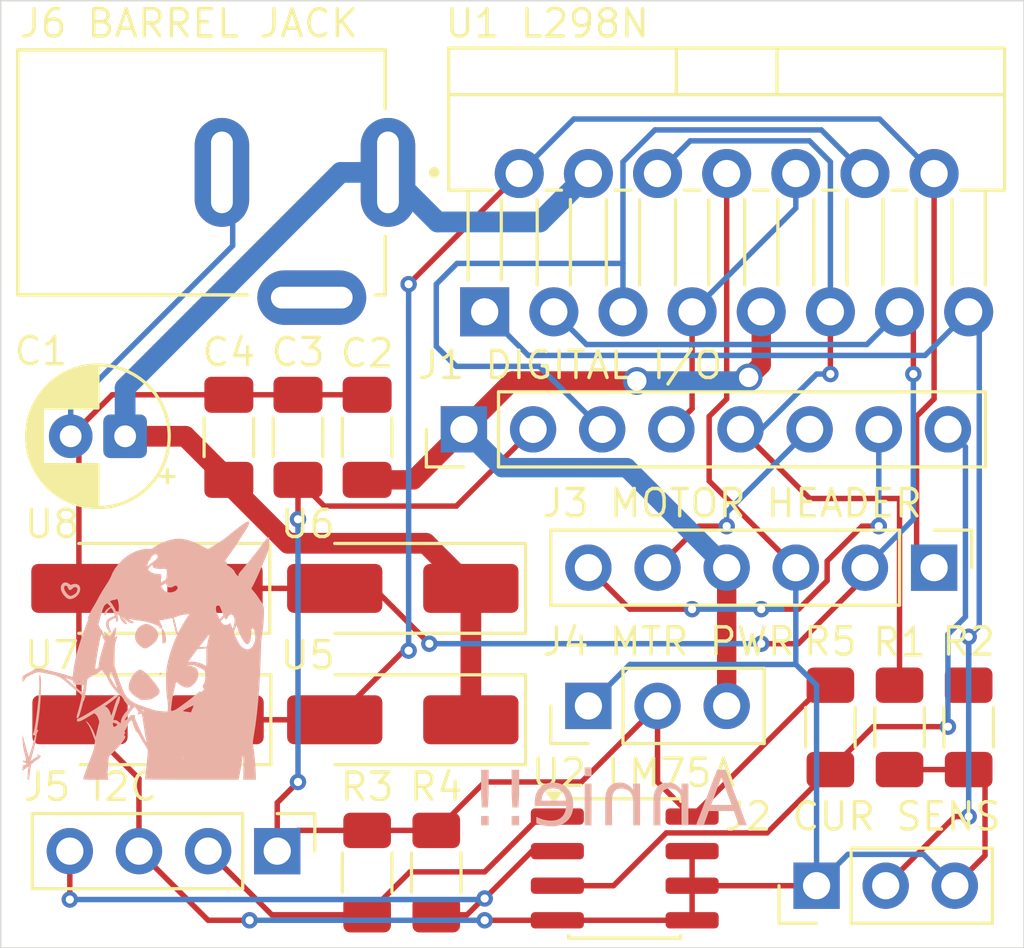
<source format=kicad_pcb>
(kicad_pcb
	(version 20241229)
	(generator "pcbnew")
	(generator_version "9.0")
	(general
		(thickness 1.6)
		(legacy_teardrops no)
	)
	(paper "A4")
	(layers
		(0 "F.Cu" signal)
		(2 "B.Cu" signal)
		(9 "F.Adhes" user "F.Adhesive")
		(11 "B.Adhes" user "B.Adhesive")
		(13 "F.Paste" user)
		(15 "B.Paste" user)
		(5 "F.SilkS" user "F.Silkscreen")
		(7 "B.SilkS" user "B.Silkscreen")
		(1 "F.Mask" user)
		(3 "B.Mask" user)
		(17 "Dwgs.User" user "User.Drawings")
		(19 "Cmts.User" user "User.Comments")
		(21 "Eco1.User" user "User.Eco1")
		(23 "Eco2.User" user "User.Eco2")
		(25 "Edge.Cuts" user)
		(27 "Margin" user)
		(31 "F.CrtYd" user "F.Courtyard")
		(29 "B.CrtYd" user "B.Courtyard")
		(35 "F.Fab" user)
		(33 "B.Fab" user)
		(39 "User.1" user)
		(41 "User.2" user)
		(43 "User.3" user)
		(45 "User.4" user)
	)
	(setup
		(stackup
			(layer "F.SilkS"
				(type "Top Silk Screen")
			)
			(layer "F.Paste"
				(type "Top Solder Paste")
			)
			(layer "F.Mask"
				(type "Top Solder Mask")
				(thickness 0.01)
			)
			(layer "F.Cu"
				(type "copper")
				(thickness 0.035)
			)
			(layer "dielectric 1"
				(type "core")
				(thickness 1.51)
				(material "FR4")
				(epsilon_r 4.5)
				(loss_tangent 0.02)
			)
			(layer "B.Cu"
				(type "copper")
				(thickness 0.035)
			)
			(layer "B.Mask"
				(type "Bottom Solder Mask")
				(thickness 0.01)
			)
			(layer "B.Paste"
				(type "Bottom Solder Paste")
			)
			(layer "B.SilkS"
				(type "Bottom Silk Screen")
			)
			(copper_finish "None")
			(dielectric_constraints no)
		)
		(pad_to_mask_clearance 0.0508)
		(allow_soldermask_bridges_in_footprints no)
		(tenting front back)
		(pcbplotparams
			(layerselection 0x00000000_00000000_55555555_5755f5ff)
			(plot_on_all_layers_selection 0x00000000_00000000_00000000_00000000)
			(disableapertmacros no)
			(usegerberextensions no)
			(usegerberattributes yes)
			(usegerberadvancedattributes yes)
			(creategerberjobfile yes)
			(dashed_line_dash_ratio 12.000000)
			(dashed_line_gap_ratio 3.000000)
			(svgprecision 4)
			(plotframeref no)
			(mode 1)
			(useauxorigin no)
			(hpglpennumber 1)
			(hpglpenspeed 20)
			(hpglpendiameter 15.000000)
			(pdf_front_fp_property_popups yes)
			(pdf_back_fp_property_popups yes)
			(pdf_metadata yes)
			(pdf_single_document no)
			(dxfpolygonmode yes)
			(dxfimperialunits yes)
			(dxfusepcbnewfont yes)
			(psnegative no)
			(psa4output no)
			(plot_black_and_white yes)
			(sketchpadsonfab no)
			(plotpadnumbers no)
			(hidednponfab no)
			(sketchdnponfab yes)
			(crossoutdnponfab yes)
			(subtractmaskfromsilk no)
			(outputformat 1)
			(mirror no)
			(drillshape 1)
			(scaleselection 1)
			(outputdirectory "")
		)
	)
	(net 0 "")
	(net 1 "+6V")
	(net 2 "GNDREF")
	(net 3 "+5V")
	(net 4 "+3.3V")
	(net 5 "/ENABLE")
	(net 6 "/ENC_B")
	(net 7 "/INPUT1")
	(net 8 "/INPUT2")
	(net 9 "/OS")
	(net 10 "/ENC_A")
	(net 11 "/ I_SENSE")
	(net 12 "/MTR_RED")
	(net 13 "/MTR_BLK")
	(net 14 "Net-(J5-Pin_4)")
	(net 15 "Net-(J5-Pin_2)")
	(net 16 "unconnected-(J6-Pad2)")
	(footprint "DC Power Jack:GRAVITECH_CON-SOCJ-2155" (layer "F.Cu") (at 119.634 58.886))
	(footprint "Connector_PinHeader_2.54mm:PinHeader_1x08_P2.54mm_Vertical" (layer "F.Cu") (at 128.524 68.326 90))
	(footprint "Diode_SMD:D_SMA_Handsoldering" (layer "F.Cu") (at 126.278 78.994 180))
	(footprint "Package_TO_SOT_THT:TO-220-15_P2.54x5.08mm_StaggerOdd_Lead4.58mm_Vertical" (layer "F.Cu") (at 129.286 64.008))
	(footprint "Resistor_SMD:R_1206_3216Metric_Pad1.30x1.75mm_HandSolder" (layer "F.Cu") (at 147.066 79.274 -90))
	(footprint "Diode_SMD:D_SMA_Handsoldering" (layer "F.Cu") (at 116.88 74.168 180))
	(footprint "Connector_PinHeader_2.54mm:PinHeader_1x03_P2.54mm_Vertical" (layer "F.Cu") (at 141.478 85.09 90))
	(footprint "Resistor_SMD:R_1206_3216Metric_Pad1.30x1.75mm_HandSolder" (layer "F.Cu") (at 141.986 79.274 90))
	(footprint "Capacitor_SMD:C_1206_3216Metric_Pad1.33x1.80mm_HandSolder" (layer "F.Cu") (at 124.968 68.6185 90))
	(footprint "Resistor_SMD:R_1206_3216Metric_Pad1.30x1.75mm_HandSolder" (layer "F.Cu") (at 124.968 84.608 -90))
	(footprint "Capacitor_SMD:C_1206_3216Metric_Pad1.33x1.80mm_HandSolder" (layer "F.Cu") (at 119.888 68.6185 90))
	(footprint "Connector_PinHeader_2.54mm:PinHeader_1x04_P2.54mm_Vertical" (layer "F.Cu") (at 121.666 83.82 -90))
	(footprint "Connector_PinHeader_2.54mm:PinHeader_1x06_P2.54mm_Vertical" (layer "F.Cu") (at 145.796 73.406 -90))
	(footprint "Diode_SMD:D_SMA_Handsoldering" (layer "F.Cu") (at 126.278 74.168 180))
	(footprint "Connector_PinHeader_2.54mm:PinHeader_1x03_P2.54mm_Vertical"
		(layer "F.Cu")
		(uuid "ab4835ed-932b-4507-af55-7ab8ce65f917")
		(at 133.096 78.486 90)
		(descr "Through hole straight pin header, 1x03, 2.54mm pitch, single row")
		(tags "Through hole pin header THT 1x03 2.54mm single row")
		(property "Reference" "J4 MTR PWR"
			(at 1.778 -1.778 180)
			(layer "F.SilkS")
			(uuid "1e537431-5445-4bfd-b20b-e011888944b4")
			(effects
				(font
					(size 1 1)
					(thickness 0.127)
				)
				(justify left bottom)
			)
		)
		(property "Value" "Motor Control Power"
			(at -2.032 -1.27 180)
			(layer "F.Fab")
			(hide yes)
			(uuid "0e1ea40d-bbd5-4b32-b846-bef3320cf29d")
			(effects
				(font
					(face "Agency FB")
					(size 1 1)
					(thickness 0.127)
				)
				(justify left top)
			)
			(render_cache "Motor Control Power" 0
				(polygon
					(pts
						(xy 132.440148 81.518) (xy 132.350633 81.518) (xy 132.350633 80.839676) (xy 132.36022 80.755473)
						(xy 132.185342 81.416394) (xy 132.166169 81.416394) (xy 131.991291 80.755473) (xy 132.000877 80.839676)
						(xy 132.000877 81.518) (xy 131.911362 81.518) (xy 131.911362 80.447239) (xy 131.999534 80.447239)
						(xy 132.173008 81.142965) (xy 132.175755 81.173739) (xy 132.178503 81.142965) (xy 132.351976 80.447239)
						(xy 132.440148 80.447239)
					)
				)
				(polygon
					(pts
						(xy 132.939541 80.859012) (xy 132.962354 80.873301) (xy 132.976477 80.896702) (xy 132.981818 80.932916)
						(xy 132.981818 81.438743) (xy 132.976477 81.474956) (xy 132.962354 81.498358) (xy 132.939541 81.512646)
						(xy 132.904637 81.518) (xy 132.676453 81.518) (xy 132.641911 81.512668) (xy 132.619293 81.498414)
						(xy 132.605259 81.475017) (xy 132.600105 81.439842) (xy 132.690802 81.439842) (xy 132.890959 81.439842)
						(xy 132.890959 80.931817) (xy 132.690802 80.931817) (xy 132.690802 81.439842) (xy 132.600105 81.439842)
						(xy 132.599944 81.438743) (xy 132.599944 80.932916) (xy 132.605259 80.896642) (xy 132.619293 80.873244)
						(xy 132.641911 80.858991) (xy 132.676453 80.853659) (xy 132.904637 80.853659)
					)
				)
				(polygon
					(pts
						(xy 133.369553 81.518) (xy 133.240471 81.518) (xy 133.205929 81.512668) (xy 133.183311 81.498414)
						(xy 133.169277 81.475017) (xy 133.163962 81.438743) (xy 133.163962 80.931817) (xy 133.084033 80.931817)
						(xy 133.084033 80.853659) (xy 133.163962 80.853659) (xy 133.163962 80.646541) (xy 133.253416 80.646541)
						(xy 133.253416 80.853659) (xy 133.369553 80.853659) (xy 133.369553 80.931817) (xy 133.253416 80.931817)
						(xy 133.253416 81.439842) (xy 133.369553 81.439842)
					)
				)
				(polygon
					(pts
						(xy 133.824678 80.859012) (xy 133.84749 80.873301) (xy 133.861613 80.896702) (xy 133.866954 80.932916)
						(xy 133.866954 81.438743) (xy 133.861613 81.474956) (xy 133.84749 81.498358) (xy 133.824678 81.512646)
						(xy 133.789773 81.518) (xy 133.561589 81.518) (xy 133.527047 81.512668) (xy 133.50443 81.498414)
						(xy 133.490395 81.475017) (xy 133.485241 81.439842) (xy 133.575938 81.439842) (xy 133.776095 81.439842)
						(xy 133.776095 80.931817) (xy 133.575938 80.931817) (xy 133.575938 81.439842) (xy 133.485241 81.439842)
						(xy 133.48508 81.438743) (xy 133.48508 80.932916) (xy 133.490395 80.896642) (xy 133.50443 80.873244)
						(xy 133.527047 80.858991) (xy 133.561589 80.853659) (xy 133.789773 80.853659)
					)
				)
				(polygon
					(pts
						(xy 134.363316 81.072501) (xy 134.273801 81.072501) (xy 134.273801 80.935725) (xy 134.106434 80.941098)
						(xy 134.106434 81.518) (xy 134.015576 81.518) (xy 134.015576 80.853659) (xy 134.106434 80.853659)
						(xy 134.106434 80.874664) (xy 134.197292 80.858788) (xy 134.288151 80.849751) (xy 134.321968 80.85504)
						(xy 134.344197 80.869222) (xy 134.358053 80.892611) (xy 134.363316 80.929008)
					)
				)
				(polygon
					(pts
						(xy 135.191483 81.438743) (xy 135.185852 81.470956) (xy 135.169623 81.495896) (xy 135.145126 81.512368)
						(xy 135.114302 81.518) (xy 134.838979 81.518) (xy 134.808272 81.512345) (xy 134.78433 81.495896)
						(xy 134.768621 81.47101) (xy 134.763142 81.438743) (xy 134.763142 80.526496) (xy 134.768623 80.494238)
						(xy 134.78433 80.469404) (xy 134.808277 80.452907) (xy 134.838979 80.447239) (xy 135.114302 80.447239)
						(xy 135.145121 80.452884) (xy 135.169623 80.469404) (xy 135.185849 80.494293) (xy 135.191483 80.526496)
						(xy 135.191483 80.771593) (xy 135.095862 80.771593) (xy 135.095862 80.533212) (xy 134.858152 80.533212)
						(xy 134.858152 81.432026) (xy 135.095862 81.432026) (xy 135.095862 81.174106) (xy 135.191483 81.174106)
					)
				)
				(polygon
					(pts
						(xy 135.685808 80.859012) (xy 135.708621 80.873301) (xy 135.722744 80.896702) (xy 135.728084 80.932916)
						(xy 135.728084 81.438743) (xy 135.722744 81.474956) (xy 135.708621 81.498358) (xy 135.685808 81.512646)
						(xy 135.650904 81.518) (xy 135.42272 81.518) (xy 135.388178 81.512668) (xy 135.36556 81.498414)
						(xy 135.351526 81.475017) (xy 135.346372 81.439842) (xy 135.437069 81.439842) (xy 135.637226 81.439842)
						(xy 135.637226 80.931817) (xy 135.437069 80.931817) (xy 135.437069 81.439842) (xy 135.346372 81.439842)
						(xy 135.346211 81.438743) (xy 135.346211 80.932916) (xy 135.351526 80.896642) (xy 135.36556 80.873244)
						(xy 135.388178 80.858991) (xy 135.42272 80.853659) (xy 135.650904 80.853659)
					)
				)
				(polygon
					(pts
						(xy 136.25858 81.518) (xy 136.167721 81.518) (xy 136.167721 80.935725) (xy 135.967564 80.941098)
						(xy 135.967564 81.518) (xy 135.876706 81.518) (xy 135.876706 80.853659) (xy 135.967564 80.853659)
						(xy 135.967564 80.874664) (xy 136.074787 80.858788) (xy 136.182742 80.849751) (xy 136.216922 80.855061)
						(xy 136.239345 80.869279) (xy 136.25329 80.892673) (xy 136.25858 80.929008)
					)
				)
				(polygon
					(pts
						(xy 136.644361 81.518) (xy 136.515279 81.518) (xy 136.480737 81.512668) (xy 136.458119 81.498414)
						(xy 136.444085 81.475017) (xy 136.43877 81.438743) (xy 136.43877 80.931817) (xy 136.358841 80.931817)
						(xy 136.358841 80.853659) (xy 136.43877 80.853659) (xy 136.43877 80.646541) (xy 136.528224 80.646541)
						(xy 136.528224 80.853659) (xy 136.644361 80.853659) (xy 136.644361 80.931817) (xy 136.528224 80.931817)
						(xy 136.528224 81.439842) (xy 136.644361 81.439842)
					)
				)
				(polygon
					(pts
						(xy 137.107629 81.072501) (xy 137.018114 81.072501) (xy 137.018114 80.935725) (xy 136.850747 80.941098)
						(xy 136.850747 81.518) (xy 136.759888 81.518) (xy 136.759888 80.853659) (xy 136.850747 80.853659)
						(xy 136.850747 80.874664) (xy 136.941605 80.858788) (xy 137.032463 80.849751) (xy 137.066281 80.85504)
						(xy 137.088509 80.869222) (xy 137.102365 80.892611) (xy 137.107629 80.929008)
					)
				)
				(polygon
					(pts
						(xy 137.56257 80.859012) (xy 137.585383 80.873301) (xy 137.599506 80.896702) (xy 137.604846 80.932916)
						(xy 137.604846 81.438743) (xy 137.599506 81.474956) (xy 137.585383 81.498358) (xy 137.56257 81.512646)
						(xy 137.527666 81.518) (xy 137.299482 81.518) (xy 137.26494 81.512668) (xy 137.242322 81.498414)
						(xy 137.228288 81.475017) (xy 137.223134 81.439842) (xy 137.313831 81.439842) (xy 137.513988 81.439842)
						(xy 137.513988 80.931817) (xy 137.313831 80.931817) (xy 137.313831 81.439842) (xy 137.223134 81.439842)
						(xy 137.222973 81.438743) (xy 137.222973 80.932916) (xy 137.228288 80.896642) (xy 137.242322 80.873244)
						(xy 137.26494 80.858991) (xy 137.299482 80.853659) (xy 137.527666 80.853659)
					)
				)
				(polygon
					(pts
						(xy 137.848479 81.518) (xy 137.758964 81.518) (xy 137.758964 80.447239) (xy 137.848479 80.447239)
					)
				)
				(polygon
					(pts
						(xy 138.664902 80.452896) (xy 138.689101 80.469404) (xy 138.705092 80.494268) (xy 138.710656 80.526496)
						(xy 138.710656 81.012783) (xy 138.70511 81.044778) (xy 138.689101 81.069753) (xy 138.664892 81.086355)
						(xy 138.634147 81.09204) (xy 138.382088 81.09204) (xy 138.382088 81.518) (xy 138.287078 81.518)
						(xy 138.287078 81.006066) (xy 138.382088 81.006066) (xy 138.615706 81.006066) (xy 138.615706 80.533212)
						(xy 138.382088 80.533212) (xy 138.382088 81.006066) (xy 138.287078 81.006066) (xy 138.287078 80.447239)
						(xy 138.634147 80.447239)
					)
				)
				(polygon
					(pts
						(xy 139.189227 80.859012) (xy 139.21204 80.873301) (xy 139.226163 80.896702) (xy 139.231504 80.932916)
						(xy 139.231504 81.438743) (xy 139.226163 81.474956) (xy 139.21204 81.498358) (xy 139.189227 81.512646)
						(xy 139.154323 81.518) (xy 138.926139 81.518) (xy 138.891597 81.512668) (xy 138.868979 81.498414)
						(xy 138.854945 81.475017) (xy 138.849791 81.439842) (xy 138.940488 81.439842) (xy 139.140645 81.439842)
						(xy 139.140645 80.931817) (xy 138.940488 80.931817) (xy 138.940488 81.439842) (xy 138.849791 81.439842)
						(xy 138.84963 81.438743) (xy 138.84963 80.932916) (xy 138.854945 80.896642) (xy 138.868979 80.873244)
						(xy 138.891597 80.858991) (xy 138.926139 80.853659) (xy 139.154323 80.853659)
					)
				)
				(polygon
					(pts
						(xy 139.97449 80.853659) (xy 139.837165 81.518) (xy 139.755893 81.518) (xy 139.658196 81.01779)
						(xy 139.560499 81.518) (xy 139.48057 81.518) (xy 139.343245 80.853659) (xy 139.428669 80.853659)
						(xy 139.522214 81.361684) (xy 139.619239 80.853659) (xy 139.698496 80.853659) (xy 139.79546 81.361684)
						(xy 139.889066 80.853659)
					)
				)
				(polygon
					(pts
						(xy 140.416124 80.858991) (xy 140.438742 80.873244) (xy 140.452776 80.896642) (xy 140.458091 80.932916)
						(xy 140.458091 81.169343) (xy 140.427378 81.201461) (xy 140.174647 81.201461) (xy 140.174647 81.44375)
						(xy 140.369981 81.44375) (xy 140.369981 81.318697) (xy 140.458091 81.318697) (xy 140.458091 81.440086)
						(xy 140.452817 81.475629) (xy 140.43885 81.498637) (xy 140.416239 81.512717) (xy 140.381582 81.518)
						(xy 140.162985 81.518) (xy 140.128443 81.512668) (xy 140.105825 81.498414) (xy 140.091791 81.475017)
						(xy 140.086476 81.438743) (xy 140.086476 81.127211) (xy 140.174647 81.127211) (xy 140.369981 81.127211)
						(xy 140.369981 80.927909) (xy 140.174647 80.927909) (xy 140.174647 81.127211) (xy 140.086476 81.127211)
						(xy 140.086476 80.932916) (xy 140.091791 80.896642) (xy 140.105825 80.873244) (xy 140.128443 80.858991)
						(xy 140.162985 80.853659) (xy 140.381582 80.853659)
					)
				)
				(polygon
					(pts
						(xy 140.955919 81.072501) (xy 140.866404 81.072501) (xy 140.866404 80.935725) (xy 140.699037 80.941098)
						(xy 140.699037 81.518) (xy 140.608178 81.518) (xy 140.608178 80.853659) (xy 140.699037 80.853659)
						(xy 140.699037 80.874664) (xy 140.789895 80.858788) (xy 140.880754 80.849751) (xy 140.914571 80.85504)
						(xy 140.936799 80.869222) (xy 140.950656 80.892611) (xy 140.955919 80.929008)
					)
				)
			)
		)
		(property "Datasheet" ""
			(at 0 0 90)
			(layer "F.Fab")
			(hide yes)
			(uuid "0dd8f603-0fdc-4c27-a4f0-7443c8772a8b")
			(effects
				(font
					(size 1.27 1.27)
					(thickness 0.15)
				)
			)
		)
		(property "Description" ""
			(at 0 0 90)
			(layer "F.Fab")
			(hide yes)
			(uuid "46ef7390-756e-4442-9c45-2ddcd0dfd6c6")
			(effects
				(font
					(size 1.27 1.27)
					(thickness 0.15)
				)
			)
		)
		(property ki_fp_filters "Connector*:*_1x??_*")
		(path "/59ca9091-2d46-4919-87b3-4fa04e1be454")
		(sheetname "/")
		(sheetfile "Motor Driver Schematic.kicad_sch")
		(attr through_hole)
		(fp_line
			(start -1.38 -1.38)
			(end 0 -1.38)
			(stroke
				(width 0.12)
				(type solid)
			)
			(layer "F.SilkS")
			(uuid "b4d587d1-b9b6-493b-9a59-a9da8212d3e3")
		)
		(fp_line
			(start -1.38 0)
			(end -1.38 -1.38)
			(stroke
				(width 0.12)
				(type solid)
			)
			(layer "F.SilkS")
			(uuid "d3c19af3-c4f3-457c-b477-2f03be090816")
		)
		(fp_line
			(start 1.38 1.27)
			(end 1.38 6.46)
			(stroke
				(width 0.12)
				(type solid)
			)
			(layer "F.SilkS")
			(uuid "24e0b36e-5b71-4101-a2a3-1ff0135611c1")
		)
		(fp_line
			(start -1.38 1.27)
			(end 1.38 1.27)
			(stroke
				(width 0.12)
				(type solid)
			)
			(layer "F.SilkS")
			(uuid "312528e5-0d0b-4293-b886-45725b5b42d0")
		)
		(fp_line
			(start -1.38 1.27)
			(end -1.38 6.46)
			(stroke
				(width 0.12)
				(type solid)
			)
			(layer "F.SilkS")
			(uuid "5badb7d1-acbe-4236-91d4-668951300bbb")
		)
		(fp_line
			(start -1.38 6.46)
			(end 1.38 6.46)
			(stroke
				(width 0.12)
				(type solid)
			)
			(layer "F.SilkS")
			(uuid "f8ef124c-bea2-44ec-a76c-6f5cffec6824")
		)
		(fp_rect
			(start -1.77 -1.77)
			(end 1.77 6.85)
			(stroke
				(width 0.05)
				(type solid)
			)
			(fill no)
			(layer "F.CrtYd")
			(uuid "fc1b23ce-f11d-41e4-8a8e-d05420161c3b")
		)
		(fp_line
			(start 1.27 -1.27)
			(end 1.27 6.35)
			(stroke
				(width 0.1)
				(type solid)
			)
			(layer "F.Fab")
			(uuid "cdf71481-106c-4f29-b36b-fc749fb485ff")
		)
		(fp_line
			(start -0.635 -1.27)
			(end 1.27 -1.27)
			(stroke
				(width 0.1)
				(type solid)
			)
			(layer "F.Fab")
			(uuid "c597d56f-c971-492c-a578-ba2a8ba40980")
		)
		(fp_line
			(start -1.27 -0.635)
			(end -0.635 -1.27)
			(stroke
				(width 0.1)
				(type solid)
			)
			(layer "F.Fab")
			(uuid "e418518c-1f31-443a-b6c0-b1f502206109")
		)
		(fp_line
			(start 1.27 6.35)
			(end -1.27 6.35)
			(stroke
				(width 0.1)
				(type solid)
			)
			(layer "F.Fab")
			(uuid "8a083df4-3a89-44b7-88a4-8c6b0770247d")
		)
		(fp_line
			(start -1.27 6.35)
			(end -1.27 -0.635)
			(stroke
				(width 0.1)
				(type solid)
			)
			(layer "F.Fab")
			(uuid "e14d82f1-cc94-4719-9923-e6d4a115e164")
		)
		(fp_text user "${REFERENCE}"
			(at 0 0 180)
			(layer "F.Fab")
			(uuid "d0b9f5ef-ebc6-4ee7-96e9-bdce99381320")
			(effects
				(font
					(face "Agency FB")
					(size 1 1)
					(thickness 0.127)
				)
				(justify left)
			)
			(render_cache "J4 MTR PWR" 0
				(polygon
					(pts
						(xy 133.557802 78.821743) (xy 133.552323 78.85401) (xy 133.536614 78.878896) (xy 133.512672 78.895345)
						(xy 133.481964 78.901) (xy 133.233325 78.901) (xy 133.202618 78.895345) (xy 133.178676 78.878896)
						(xy 133.162967 78.85401) (xy 133.157488 78.821743) (xy 133.157488 78.553198) (xy 133.252437 78.553198)
						(xy 133.252437 78.815026) (xy 133.462852 78.815026) (xy 133.462852 77.830239) (xy 133.557802 77.830239)
					)
				)
				(polygon
					(pts
						(xy 134.145206 78.62354) (xy 134.063934 78.62354) (xy 134.063934 78.901) (xy 133.974419 78.901)
						(xy 133.974419 78.62354) (xy 133.672474 78.62354) (xy 133.672474 78.574874) (xy 133.931371 77.830239)
						(xy 134.020886 77.830239) (xy 134.020886 77.83433) (xy 133.774934 78.541474) (xy 133.974419 78.541474)
						(xy 133.974419 78.150685) (xy 134.063934 78.150685) (xy 134.063934 78.541474) (xy 134.145206 78.541474)
					)
				)
				(polygon
					(pts
						(xy 135.066184 78.901) (xy 134.976669 78.901) (xy 134.976669 78.222676) (xy 134.986256 78.138473)
						(xy 134.811378 78.799394) (xy 134.792205 78.799394) (xy 134.617327 78.138473) (xy 134.626914 78.222676)
						(xy 134.626914 78.901) (xy 134.537399 78.901) (xy 134.537399 77.830239) (xy 134.62557 77.830239)
						(xy 134.799044 78.525965) (xy 134.801792 78.556739) (xy 134.804539 78.525965) (xy 134.978013 77.830239)
						(xy 135.066184 77.830239)
					)
				)
				(polygon
					(pts
						(xy 135.605167 77.916212) (xy 135.439815 7
... [187955 chars truncated]
</source>
